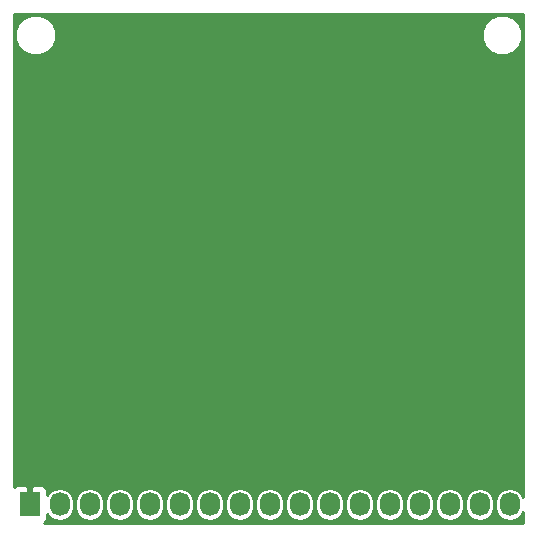
<source format=gbl>
G04 #@! TF.GenerationSoftware,KiCad,Pcbnew,(2017-01-24 revision 0b6147e)-makepkg*
G04 #@! TF.CreationDate,2017-04-22T21:53:28-07:00*
G04 #@! TF.ProjectId,OLED_1.5_128X128_breakout,4F4C45445F312E355F31323858313238,rev?*
G04 #@! TF.FileFunction,Copper,L2,Bot,Signal*
G04 #@! TF.FilePolarity,Positive*
%FSLAX46Y46*%
G04 Gerber Fmt 4.6, Leading zero omitted, Abs format (unit mm)*
G04 Created by KiCad (PCBNEW (2017-01-24 revision 0b6147e)-makepkg) date 04/22/17 21:53:28*
%MOMM*%
%LPD*%
G01*
G04 APERTURE LIST*
%ADD10C,0.100000*%
%ADD11R,1.727200X2.032000*%
%ADD12O,1.727200X2.032000*%
%ADD13C,0.800000*%
%ADD14C,0.254000*%
G04 APERTURE END LIST*
D10*
D11*
X51760000Y-89000000D03*
D12*
X54300000Y-89000000D03*
X56840000Y-89000000D03*
X59380000Y-89000000D03*
X61920000Y-89000000D03*
X64460000Y-89000000D03*
X67000000Y-89000000D03*
X69540000Y-89000000D03*
X72080000Y-89000000D03*
X74620000Y-89000000D03*
X77160000Y-89000000D03*
X79700000Y-89000000D03*
X82240000Y-89000000D03*
X84780000Y-89000000D03*
X87320000Y-89000000D03*
X89860000Y-89000000D03*
X92400000Y-89000000D03*
D13*
X65500000Y-58400000D03*
X63950000Y-60000000D03*
X79650000Y-58450000D03*
X59500000Y-83300000D03*
X54400000Y-80800000D03*
X56500000Y-61800000D03*
X62700000Y-66300000D03*
X65000000Y-66200000D03*
X81300000Y-71100000D03*
X82700000Y-65000000D03*
X87800000Y-62000000D03*
X87800000Y-55400000D03*
D14*
G36*
X93544000Y-88335173D02*
X93280065Y-87940166D01*
X92876288Y-87670371D01*
X92400000Y-87575631D01*
X91923712Y-87670371D01*
X91519935Y-87940166D01*
X91250140Y-88343943D01*
X91155400Y-88820231D01*
X91155400Y-89179769D01*
X91250140Y-89656057D01*
X91519935Y-90059834D01*
X91923712Y-90329629D01*
X92400000Y-90424369D01*
X92876288Y-90329629D01*
X93280065Y-90059834D01*
X93544000Y-89664827D01*
X93544000Y-90544000D01*
X52993626Y-90544000D01*
X53161927Y-90375698D01*
X53258600Y-90142309D01*
X53258600Y-89818379D01*
X53419935Y-90059834D01*
X53823712Y-90329629D01*
X54300000Y-90424369D01*
X54776288Y-90329629D01*
X55180065Y-90059834D01*
X55449860Y-89656057D01*
X55544600Y-89179769D01*
X55544600Y-88820231D01*
X55595400Y-88820231D01*
X55595400Y-89179769D01*
X55690140Y-89656057D01*
X55959935Y-90059834D01*
X56363712Y-90329629D01*
X56840000Y-90424369D01*
X57316288Y-90329629D01*
X57720065Y-90059834D01*
X57989860Y-89656057D01*
X58084600Y-89179769D01*
X58084600Y-88820231D01*
X58135400Y-88820231D01*
X58135400Y-89179769D01*
X58230140Y-89656057D01*
X58499935Y-90059834D01*
X58903712Y-90329629D01*
X59380000Y-90424369D01*
X59856288Y-90329629D01*
X60260065Y-90059834D01*
X60529860Y-89656057D01*
X60624600Y-89179769D01*
X60624600Y-88820231D01*
X60675400Y-88820231D01*
X60675400Y-89179769D01*
X60770140Y-89656057D01*
X61039935Y-90059834D01*
X61443712Y-90329629D01*
X61920000Y-90424369D01*
X62396288Y-90329629D01*
X62800065Y-90059834D01*
X63069860Y-89656057D01*
X63164600Y-89179769D01*
X63164600Y-88820231D01*
X63215400Y-88820231D01*
X63215400Y-89179769D01*
X63310140Y-89656057D01*
X63579935Y-90059834D01*
X63983712Y-90329629D01*
X64460000Y-90424369D01*
X64936288Y-90329629D01*
X65340065Y-90059834D01*
X65609860Y-89656057D01*
X65704600Y-89179769D01*
X65704600Y-88820231D01*
X65755400Y-88820231D01*
X65755400Y-89179769D01*
X65850140Y-89656057D01*
X66119935Y-90059834D01*
X66523712Y-90329629D01*
X67000000Y-90424369D01*
X67476288Y-90329629D01*
X67880065Y-90059834D01*
X68149860Y-89656057D01*
X68244600Y-89179769D01*
X68244600Y-88820231D01*
X68295400Y-88820231D01*
X68295400Y-89179769D01*
X68390140Y-89656057D01*
X68659935Y-90059834D01*
X69063712Y-90329629D01*
X69540000Y-90424369D01*
X70016288Y-90329629D01*
X70420065Y-90059834D01*
X70689860Y-89656057D01*
X70784600Y-89179769D01*
X70784600Y-88820231D01*
X70835400Y-88820231D01*
X70835400Y-89179769D01*
X70930140Y-89656057D01*
X71199935Y-90059834D01*
X71603712Y-90329629D01*
X72080000Y-90424369D01*
X72556288Y-90329629D01*
X72960065Y-90059834D01*
X73229860Y-89656057D01*
X73324600Y-89179769D01*
X73324600Y-88820231D01*
X73375400Y-88820231D01*
X73375400Y-89179769D01*
X73470140Y-89656057D01*
X73739935Y-90059834D01*
X74143712Y-90329629D01*
X74620000Y-90424369D01*
X75096288Y-90329629D01*
X75500065Y-90059834D01*
X75769860Y-89656057D01*
X75864600Y-89179769D01*
X75864600Y-88820231D01*
X75915400Y-88820231D01*
X75915400Y-89179769D01*
X76010140Y-89656057D01*
X76279935Y-90059834D01*
X76683712Y-90329629D01*
X77160000Y-90424369D01*
X77636288Y-90329629D01*
X78040065Y-90059834D01*
X78309860Y-89656057D01*
X78404600Y-89179769D01*
X78404600Y-88820231D01*
X78455400Y-88820231D01*
X78455400Y-89179769D01*
X78550140Y-89656057D01*
X78819935Y-90059834D01*
X79223712Y-90329629D01*
X79700000Y-90424369D01*
X80176288Y-90329629D01*
X80580065Y-90059834D01*
X80849860Y-89656057D01*
X80944600Y-89179769D01*
X80944600Y-88820231D01*
X80995400Y-88820231D01*
X80995400Y-89179769D01*
X81090140Y-89656057D01*
X81359935Y-90059834D01*
X81763712Y-90329629D01*
X82240000Y-90424369D01*
X82716288Y-90329629D01*
X83120065Y-90059834D01*
X83389860Y-89656057D01*
X83484600Y-89179769D01*
X83484600Y-88820231D01*
X83535400Y-88820231D01*
X83535400Y-89179769D01*
X83630140Y-89656057D01*
X83899935Y-90059834D01*
X84303712Y-90329629D01*
X84780000Y-90424369D01*
X85256288Y-90329629D01*
X85660065Y-90059834D01*
X85929860Y-89656057D01*
X86024600Y-89179769D01*
X86024600Y-88820231D01*
X86075400Y-88820231D01*
X86075400Y-89179769D01*
X86170140Y-89656057D01*
X86439935Y-90059834D01*
X86843712Y-90329629D01*
X87320000Y-90424369D01*
X87796288Y-90329629D01*
X88200065Y-90059834D01*
X88469860Y-89656057D01*
X88564600Y-89179769D01*
X88564600Y-88820231D01*
X88615400Y-88820231D01*
X88615400Y-89179769D01*
X88710140Y-89656057D01*
X88979935Y-90059834D01*
X89383712Y-90329629D01*
X89860000Y-90424369D01*
X90336288Y-90329629D01*
X90740065Y-90059834D01*
X91009860Y-89656057D01*
X91104600Y-89179769D01*
X91104600Y-88820231D01*
X91009860Y-88343943D01*
X90740065Y-87940166D01*
X90336288Y-87670371D01*
X89860000Y-87575631D01*
X89383712Y-87670371D01*
X88979935Y-87940166D01*
X88710140Y-88343943D01*
X88615400Y-88820231D01*
X88564600Y-88820231D01*
X88469860Y-88343943D01*
X88200065Y-87940166D01*
X87796288Y-87670371D01*
X87320000Y-87575631D01*
X86843712Y-87670371D01*
X86439935Y-87940166D01*
X86170140Y-88343943D01*
X86075400Y-88820231D01*
X86024600Y-88820231D01*
X85929860Y-88343943D01*
X85660065Y-87940166D01*
X85256288Y-87670371D01*
X84780000Y-87575631D01*
X84303712Y-87670371D01*
X83899935Y-87940166D01*
X83630140Y-88343943D01*
X83535400Y-88820231D01*
X83484600Y-88820231D01*
X83389860Y-88343943D01*
X83120065Y-87940166D01*
X82716288Y-87670371D01*
X82240000Y-87575631D01*
X81763712Y-87670371D01*
X81359935Y-87940166D01*
X81090140Y-88343943D01*
X80995400Y-88820231D01*
X80944600Y-88820231D01*
X80849860Y-88343943D01*
X80580065Y-87940166D01*
X80176288Y-87670371D01*
X79700000Y-87575631D01*
X79223712Y-87670371D01*
X78819935Y-87940166D01*
X78550140Y-88343943D01*
X78455400Y-88820231D01*
X78404600Y-88820231D01*
X78309860Y-88343943D01*
X78040065Y-87940166D01*
X77636288Y-87670371D01*
X77160000Y-87575631D01*
X76683712Y-87670371D01*
X76279935Y-87940166D01*
X76010140Y-88343943D01*
X75915400Y-88820231D01*
X75864600Y-88820231D01*
X75769860Y-88343943D01*
X75500065Y-87940166D01*
X75096288Y-87670371D01*
X74620000Y-87575631D01*
X74143712Y-87670371D01*
X73739935Y-87940166D01*
X73470140Y-88343943D01*
X73375400Y-88820231D01*
X73324600Y-88820231D01*
X73229860Y-88343943D01*
X72960065Y-87940166D01*
X72556288Y-87670371D01*
X72080000Y-87575631D01*
X71603712Y-87670371D01*
X71199935Y-87940166D01*
X70930140Y-88343943D01*
X70835400Y-88820231D01*
X70784600Y-88820231D01*
X70689860Y-88343943D01*
X70420065Y-87940166D01*
X70016288Y-87670371D01*
X69540000Y-87575631D01*
X69063712Y-87670371D01*
X68659935Y-87940166D01*
X68390140Y-88343943D01*
X68295400Y-88820231D01*
X68244600Y-88820231D01*
X68149860Y-88343943D01*
X67880065Y-87940166D01*
X67476288Y-87670371D01*
X67000000Y-87575631D01*
X66523712Y-87670371D01*
X66119935Y-87940166D01*
X65850140Y-88343943D01*
X65755400Y-88820231D01*
X65704600Y-88820231D01*
X65609860Y-88343943D01*
X65340065Y-87940166D01*
X64936288Y-87670371D01*
X64460000Y-87575631D01*
X63983712Y-87670371D01*
X63579935Y-87940166D01*
X63310140Y-88343943D01*
X63215400Y-88820231D01*
X63164600Y-88820231D01*
X63069860Y-88343943D01*
X62800065Y-87940166D01*
X62396288Y-87670371D01*
X61920000Y-87575631D01*
X61443712Y-87670371D01*
X61039935Y-87940166D01*
X60770140Y-88343943D01*
X60675400Y-88820231D01*
X60624600Y-88820231D01*
X60529860Y-88343943D01*
X60260065Y-87940166D01*
X59856288Y-87670371D01*
X59380000Y-87575631D01*
X58903712Y-87670371D01*
X58499935Y-87940166D01*
X58230140Y-88343943D01*
X58135400Y-88820231D01*
X58084600Y-88820231D01*
X57989860Y-88343943D01*
X57720065Y-87940166D01*
X57316288Y-87670371D01*
X56840000Y-87575631D01*
X56363712Y-87670371D01*
X55959935Y-87940166D01*
X55690140Y-88343943D01*
X55595400Y-88820231D01*
X55544600Y-88820231D01*
X55449860Y-88343943D01*
X55180065Y-87940166D01*
X54776288Y-87670371D01*
X54300000Y-87575631D01*
X53823712Y-87670371D01*
X53419935Y-87940166D01*
X53258600Y-88181621D01*
X53258600Y-87857691D01*
X53161927Y-87624302D01*
X52983299Y-87445673D01*
X52749910Y-87349000D01*
X52045750Y-87349000D01*
X51887000Y-87507750D01*
X51887000Y-88873000D01*
X51907000Y-88873000D01*
X51907000Y-89127000D01*
X51887000Y-89127000D01*
X51887000Y-89147000D01*
X51633000Y-89147000D01*
X51633000Y-89127000D01*
X51613000Y-89127000D01*
X51613000Y-88873000D01*
X51633000Y-88873000D01*
X51633000Y-87507750D01*
X51474250Y-87349000D01*
X50770090Y-87349000D01*
X50536701Y-87445673D01*
X50456000Y-87526374D01*
X50456000Y-49592807D01*
X50518700Y-49592807D01*
X50781674Y-50229252D01*
X51268187Y-50716614D01*
X51904172Y-50980699D01*
X52592807Y-50981300D01*
X53229252Y-50718326D01*
X53716614Y-50231813D01*
X53980699Y-49595828D01*
X53980701Y-49592807D01*
X90018700Y-49592807D01*
X90281674Y-50229252D01*
X90768187Y-50716614D01*
X91404172Y-50980699D01*
X92092807Y-50981300D01*
X92729252Y-50718326D01*
X93216614Y-50231813D01*
X93480699Y-49595828D01*
X93481300Y-48907193D01*
X93218326Y-48270748D01*
X92731813Y-47783386D01*
X92095828Y-47519301D01*
X91407193Y-47518700D01*
X90770748Y-47781674D01*
X90283386Y-48268187D01*
X90019301Y-48904172D01*
X90018700Y-49592807D01*
X53980701Y-49592807D01*
X53981300Y-48907193D01*
X53718326Y-48270748D01*
X53231813Y-47783386D01*
X52595828Y-47519301D01*
X51907193Y-47518700D01*
X51270748Y-47781674D01*
X50783386Y-48268187D01*
X50519301Y-48904172D01*
X50518700Y-49592807D01*
X50456000Y-49592807D01*
X50456000Y-47456000D01*
X93544000Y-47456000D01*
X93544000Y-88335173D01*
X93544000Y-88335173D01*
G37*
X93544000Y-88335173D02*
X93280065Y-87940166D01*
X92876288Y-87670371D01*
X92400000Y-87575631D01*
X91923712Y-87670371D01*
X91519935Y-87940166D01*
X91250140Y-88343943D01*
X91155400Y-88820231D01*
X91155400Y-89179769D01*
X91250140Y-89656057D01*
X91519935Y-90059834D01*
X91923712Y-90329629D01*
X92400000Y-90424369D01*
X92876288Y-90329629D01*
X93280065Y-90059834D01*
X93544000Y-89664827D01*
X93544000Y-90544000D01*
X52993626Y-90544000D01*
X53161927Y-90375698D01*
X53258600Y-90142309D01*
X53258600Y-89818379D01*
X53419935Y-90059834D01*
X53823712Y-90329629D01*
X54300000Y-90424369D01*
X54776288Y-90329629D01*
X55180065Y-90059834D01*
X55449860Y-89656057D01*
X55544600Y-89179769D01*
X55544600Y-88820231D01*
X55595400Y-88820231D01*
X55595400Y-89179769D01*
X55690140Y-89656057D01*
X55959935Y-90059834D01*
X56363712Y-90329629D01*
X56840000Y-90424369D01*
X57316288Y-90329629D01*
X57720065Y-90059834D01*
X57989860Y-89656057D01*
X58084600Y-89179769D01*
X58084600Y-88820231D01*
X58135400Y-88820231D01*
X58135400Y-89179769D01*
X58230140Y-89656057D01*
X58499935Y-90059834D01*
X58903712Y-90329629D01*
X59380000Y-90424369D01*
X59856288Y-90329629D01*
X60260065Y-90059834D01*
X60529860Y-89656057D01*
X60624600Y-89179769D01*
X60624600Y-88820231D01*
X60675400Y-88820231D01*
X60675400Y-89179769D01*
X60770140Y-89656057D01*
X61039935Y-90059834D01*
X61443712Y-90329629D01*
X61920000Y-90424369D01*
X62396288Y-90329629D01*
X62800065Y-90059834D01*
X63069860Y-89656057D01*
X63164600Y-89179769D01*
X63164600Y-88820231D01*
X63215400Y-88820231D01*
X63215400Y-89179769D01*
X63310140Y-89656057D01*
X63579935Y-90059834D01*
X63983712Y-90329629D01*
X64460000Y-90424369D01*
X64936288Y-90329629D01*
X65340065Y-90059834D01*
X65609860Y-89656057D01*
X65704600Y-89179769D01*
X65704600Y-88820231D01*
X65755400Y-88820231D01*
X65755400Y-89179769D01*
X65850140Y-89656057D01*
X66119935Y-90059834D01*
X66523712Y-90329629D01*
X67000000Y-90424369D01*
X67476288Y-90329629D01*
X67880065Y-90059834D01*
X68149860Y-89656057D01*
X68244600Y-89179769D01*
X68244600Y-88820231D01*
X68295400Y-88820231D01*
X68295400Y-89179769D01*
X68390140Y-89656057D01*
X68659935Y-90059834D01*
X69063712Y-90329629D01*
X69540000Y-90424369D01*
X70016288Y-90329629D01*
X70420065Y-90059834D01*
X70689860Y-89656057D01*
X70784600Y-89179769D01*
X70784600Y-88820231D01*
X70835400Y-88820231D01*
X70835400Y-89179769D01*
X70930140Y-89656057D01*
X71199935Y-90059834D01*
X71603712Y-90329629D01*
X72080000Y-90424369D01*
X72556288Y-90329629D01*
X72960065Y-90059834D01*
X73229860Y-89656057D01*
X73324600Y-89179769D01*
X73324600Y-88820231D01*
X73375400Y-88820231D01*
X73375400Y-89179769D01*
X73470140Y-89656057D01*
X73739935Y-90059834D01*
X74143712Y-90329629D01*
X74620000Y-90424369D01*
X75096288Y-90329629D01*
X75500065Y-90059834D01*
X75769860Y-89656057D01*
X75864600Y-89179769D01*
X75864600Y-88820231D01*
X75915400Y-88820231D01*
X75915400Y-89179769D01*
X76010140Y-89656057D01*
X76279935Y-90059834D01*
X76683712Y-90329629D01*
X77160000Y-90424369D01*
X77636288Y-90329629D01*
X78040065Y-90059834D01*
X78309860Y-89656057D01*
X78404600Y-89179769D01*
X78404600Y-88820231D01*
X78455400Y-88820231D01*
X78455400Y-89179769D01*
X78550140Y-89656057D01*
X78819935Y-90059834D01*
X79223712Y-90329629D01*
X79700000Y-90424369D01*
X80176288Y-90329629D01*
X80580065Y-90059834D01*
X80849860Y-89656057D01*
X80944600Y-89179769D01*
X80944600Y-88820231D01*
X80995400Y-88820231D01*
X80995400Y-89179769D01*
X81090140Y-89656057D01*
X81359935Y-90059834D01*
X81763712Y-90329629D01*
X82240000Y-90424369D01*
X82716288Y-90329629D01*
X83120065Y-90059834D01*
X83389860Y-89656057D01*
X83484600Y-89179769D01*
X83484600Y-88820231D01*
X83535400Y-88820231D01*
X83535400Y-89179769D01*
X83630140Y-89656057D01*
X83899935Y-90059834D01*
X84303712Y-90329629D01*
X84780000Y-90424369D01*
X85256288Y-90329629D01*
X85660065Y-90059834D01*
X85929860Y-89656057D01*
X86024600Y-89179769D01*
X86024600Y-88820231D01*
X86075400Y-88820231D01*
X86075400Y-89179769D01*
X86170140Y-89656057D01*
X86439935Y-90059834D01*
X86843712Y-90329629D01*
X87320000Y-90424369D01*
X87796288Y-90329629D01*
X88200065Y-90059834D01*
X88469860Y-89656057D01*
X88564600Y-89179769D01*
X88564600Y-88820231D01*
X88615400Y-88820231D01*
X88615400Y-89179769D01*
X88710140Y-89656057D01*
X88979935Y-90059834D01*
X89383712Y-90329629D01*
X89860000Y-90424369D01*
X90336288Y-90329629D01*
X90740065Y-90059834D01*
X91009860Y-89656057D01*
X91104600Y-89179769D01*
X91104600Y-88820231D01*
X91009860Y-88343943D01*
X90740065Y-87940166D01*
X90336288Y-87670371D01*
X89860000Y-87575631D01*
X89383712Y-87670371D01*
X88979935Y-87940166D01*
X88710140Y-88343943D01*
X88615400Y-88820231D01*
X88564600Y-88820231D01*
X88469860Y-88343943D01*
X88200065Y-87940166D01*
X87796288Y-87670371D01*
X87320000Y-87575631D01*
X86843712Y-87670371D01*
X86439935Y-87940166D01*
X86170140Y-88343943D01*
X86075400Y-88820231D01*
X86024600Y-88820231D01*
X85929860Y-88343943D01*
X85660065Y-87940166D01*
X85256288Y-87670371D01*
X84780000Y-87575631D01*
X84303712Y-87670371D01*
X83899935Y-87940166D01*
X83630140Y-88343943D01*
X83535400Y-88820231D01*
X83484600Y-88820231D01*
X83389860Y-88343943D01*
X83120065Y-87940166D01*
X82716288Y-87670371D01*
X82240000Y-87575631D01*
X81763712Y-87670371D01*
X81359935Y-87940166D01*
X81090140Y-88343943D01*
X80995400Y-88820231D01*
X80944600Y-88820231D01*
X80849860Y-88343943D01*
X80580065Y-87940166D01*
X80176288Y-87670371D01*
X79700000Y-87575631D01*
X79223712Y-87670371D01*
X78819935Y-87940166D01*
X78550140Y-88343943D01*
X78455400Y-88820231D01*
X78404600Y-88820231D01*
X78309860Y-88343943D01*
X78040065Y-87940166D01*
X77636288Y-87670371D01*
X77160000Y-87575631D01*
X76683712Y-87670371D01*
X76279935Y-87940166D01*
X76010140Y-88343943D01*
X75915400Y-88820231D01*
X75864600Y-88820231D01*
X75769860Y-88343943D01*
X75500065Y-87940166D01*
X75096288Y-87670371D01*
X74620000Y-87575631D01*
X74143712Y-87670371D01*
X73739935Y-87940166D01*
X73470140Y-88343943D01*
X73375400Y-88820231D01*
X73324600Y-88820231D01*
X73229860Y-88343943D01*
X72960065Y-87940166D01*
X72556288Y-87670371D01*
X72080000Y-87575631D01*
X71603712Y-87670371D01*
X71199935Y-87940166D01*
X70930140Y-88343943D01*
X70835400Y-88820231D01*
X70784600Y-88820231D01*
X70689860Y-88343943D01*
X70420065Y-87940166D01*
X70016288Y-87670371D01*
X69540000Y-87575631D01*
X69063712Y-87670371D01*
X68659935Y-87940166D01*
X68390140Y-88343943D01*
X68295400Y-88820231D01*
X68244600Y-88820231D01*
X68149860Y-88343943D01*
X67880065Y-87940166D01*
X67476288Y-87670371D01*
X67000000Y-87575631D01*
X66523712Y-87670371D01*
X66119935Y-87940166D01*
X65850140Y-88343943D01*
X65755400Y-88820231D01*
X65704600Y-88820231D01*
X65609860Y-88343943D01*
X65340065Y-87940166D01*
X64936288Y-87670371D01*
X64460000Y-87575631D01*
X63983712Y-87670371D01*
X63579935Y-87940166D01*
X63310140Y-88343943D01*
X63215400Y-88820231D01*
X63164600Y-88820231D01*
X63069860Y-88343943D01*
X62800065Y-87940166D01*
X62396288Y-87670371D01*
X61920000Y-87575631D01*
X61443712Y-87670371D01*
X61039935Y-87940166D01*
X60770140Y-88343943D01*
X60675400Y-88820231D01*
X60624600Y-88820231D01*
X60529860Y-88343943D01*
X60260065Y-87940166D01*
X59856288Y-87670371D01*
X59380000Y-87575631D01*
X58903712Y-87670371D01*
X58499935Y-87940166D01*
X58230140Y-88343943D01*
X58135400Y-88820231D01*
X58084600Y-88820231D01*
X57989860Y-88343943D01*
X57720065Y-87940166D01*
X57316288Y-87670371D01*
X56840000Y-87575631D01*
X56363712Y-87670371D01*
X55959935Y-87940166D01*
X55690140Y-88343943D01*
X55595400Y-88820231D01*
X55544600Y-88820231D01*
X55449860Y-88343943D01*
X55180065Y-87940166D01*
X54776288Y-87670371D01*
X54300000Y-87575631D01*
X53823712Y-87670371D01*
X53419935Y-87940166D01*
X53258600Y-88181621D01*
X53258600Y-87857691D01*
X53161927Y-87624302D01*
X52983299Y-87445673D01*
X52749910Y-87349000D01*
X52045750Y-87349000D01*
X51887000Y-87507750D01*
X51887000Y-88873000D01*
X51907000Y-88873000D01*
X51907000Y-89127000D01*
X51887000Y-89127000D01*
X51887000Y-89147000D01*
X51633000Y-89147000D01*
X51633000Y-89127000D01*
X51613000Y-89127000D01*
X51613000Y-88873000D01*
X51633000Y-88873000D01*
X51633000Y-87507750D01*
X51474250Y-87349000D01*
X50770090Y-87349000D01*
X50536701Y-87445673D01*
X50456000Y-87526374D01*
X50456000Y-49592807D01*
X50518700Y-49592807D01*
X50781674Y-50229252D01*
X51268187Y-50716614D01*
X51904172Y-50980699D01*
X52592807Y-50981300D01*
X53229252Y-50718326D01*
X53716614Y-50231813D01*
X53980699Y-49595828D01*
X53980701Y-49592807D01*
X90018700Y-49592807D01*
X90281674Y-50229252D01*
X90768187Y-50716614D01*
X91404172Y-50980699D01*
X92092807Y-50981300D01*
X92729252Y-50718326D01*
X93216614Y-50231813D01*
X93480699Y-49595828D01*
X93481300Y-48907193D01*
X93218326Y-48270748D01*
X92731813Y-47783386D01*
X92095828Y-47519301D01*
X91407193Y-47518700D01*
X90770748Y-47781674D01*
X90283386Y-48268187D01*
X90019301Y-48904172D01*
X90018700Y-49592807D01*
X53980701Y-49592807D01*
X53981300Y-48907193D01*
X53718326Y-48270748D01*
X53231813Y-47783386D01*
X52595828Y-47519301D01*
X51907193Y-47518700D01*
X51270748Y-47781674D01*
X50783386Y-48268187D01*
X50519301Y-48904172D01*
X50518700Y-49592807D01*
X50456000Y-49592807D01*
X50456000Y-47456000D01*
X93544000Y-47456000D01*
X93544000Y-88335173D01*
M02*

</source>
